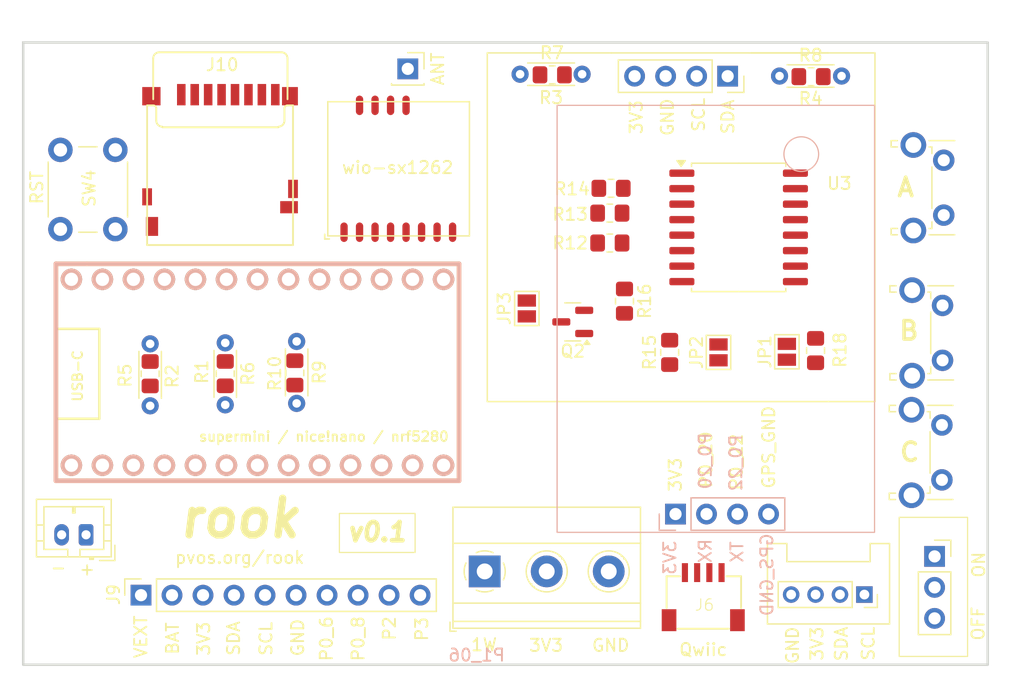
<source format=kicad_pcb>
(kicad_pcb (version 20240108) (generator "pcbnew") (generator_version "8.0")
  (layers (0 "F.Cu" signal) (31 "B.Cu" signal) (34 "B.Paste" user) (35 "F.Paste" user) (36 "B.SilkS" user "B.Silkscreen") (37 "F.SilkS" user "F.Silkscreen") (38 "B.Mask" user) (39 "F.Mask" user) (44 "Edge.Cuts" user))
  (net 0 "")
  (net 1 "P1_06")
  (net 2 "GPS_GND")
  (net 3 "RF_SW")
  (net 4 "MESH_BATT_MEASURE")
  (net 5 "GND")
  (net 6 "BAT")
  (net 7 "GPS_TX")
  (net 8 "GPS_RX")
  (net 9 "3V3")
  (net 10 "MESH_RST")
  (net 11 "Net-(J2-Pin_3)")
  (net 12 "LORA_RST")
  (net 13 "BUSY")
  (net 14 "ANT")
  (net 15 "MOSI")
  (net 16 "MISO")
  (net 17 "DIO1")
  (net 18 "Net-(J2-Pin_2)")
  (net 19 "SCK")
  (net 20 "SCL")
  (net 21 "SDA")
  (net 22 "V_EXT")
  (net 23 "P0_6")
  (net 24 "P0_8")
  (net 28 "BUTTON_A")
  (net 29 "BUTTON_B")
  (net 30 "GPS_EN")
  (net 31 "LORA_CS")
  (net 32 "P3")
  (net 33 "P2")
  (net 34 "Net-(U3-A2)")
  (net 35 "Net-(U3-A1)")
  (net 36 "Net-(U3-A0)")
  (net 37 "BUTTON_C")
  (net 38 "P6")
  (net 39 "P4")
  (net 40 "P5")
  (net 41 "P7")
  (footprint "footprints:JST_SH4_SKINNY" (layer "F.Cu") (at 52.45 42.764)
    (property "Reference" "J6" (at -0.75 0.686 0) (layer "F.SilkS") (effects (font (size 0.93472 0.93472) (thickness 0.08128)) (justify left bottom)))
    (property "Value" "Conn_01x04_Socket")
    (pad "1" smd rect (at -1.5 -2.514 90) (size 1.55 0.5) (layers "F.Cu" "F.Paste" "F.Mask") (net 20 "SCL"))
    (pad "2" smd rect (at -0.5 -2.514 90) (size 1.55 0.5) (layers "F.Cu" "F.Paste" "F.Mask") (net 21 "SDA"))
    (pad "3" smd rect (at 0.5 -2.514 90) (size 1.55 0.5) (layers "F.Cu" "F.Paste" "F.Mask") (net 9 "3V3"))
    (pad "4" smd rect (at 1.5 -2.514 90) (size 1.55 0.5) (layers "F.Cu" "F.Paste" "F.Mask") (net 5 "GND"))
    (pad "MT1" smd rect (at -2.8 1.386 90) (size 1.8 1.2) (layers "F.Cu" "F.Paste" "F.Mask"))
    (pad "MT2" smd rect (at 2.8 1.386 90) (size 1.8 1.2) (layers "F.Cu" "F.Paste" "F.Mask"))
  )
  (footprint "Connector_JST:JST_PH_B2B-PH-K_1x02_P2.00mm_Vertical" (layer "F.Cu") (at 1.9 37.15 180)
    (property "Reference" "J1" (hide yes))
    (property "Value" "Conn_01x02_Socket" (hide yes))
    (pad "1" thru_hole roundrect (at 0 0 180) (size 1.2 1.75) (drill 0.75) (layers "*.Cu" "*.Mask") (roundrect_rratio 0.208333) (net 22 "V_EXT"))
    (pad "2" thru_hole oval (at 2 0 180) (size 1.2 1.75) (drill 0.75) (layers "*.Cu" "*.Mask") (net 5 "GND"))
  )
  (footprint "Jumper:SolderJumper-2_P1.3mm_Open_Pad1.0x1.5mm" (layer "F.Cu") (at 53.7 22.2 90)
    (property "Reference" "JP2" (at 0 -1.8 90) (layer "F.SilkS"))
    (property "Value" "Jumper_2_Open")
    (pad "1" smd rect (at -0.65 0 90) (size 1 1.5) (layers "F.Cu" "F.Mask") (net 18 "Net-(J2-Pin_2)"))
    (pad "2" smd rect (at 0.65 0 90) (size 1 1.5) (layers "F.Cu" "F.Mask") (net 8 "GPS_RX"))
  )
  (footprint "footprints:nice_nano_cleanest" (layer "F.Cu") (at 17.21 23.83)
    (property "Reference" "U2" (hide yes))
    (property "Value" "nice_nano_clean" (hide yes))
    (fp_text user "supermini / nice!nano / nrf5280" (at 4.17 5.27 0) (layer "F.SilkS") (effects (font (size 0.8 0.8))))
    (fp_text user "USB-C" (at -16 0.3 90) (layer "F.SilkS") (effects (font (size 0.8 0.8))))
    (pad "1" thru_hole circle (at -13.97 7.62) (size 1.7526 1.7526) (drill 1.0922) (layers "*.Cu" "*.SilkS" "*.Mask") (net 23 "P0_6"))
    (pad "2" thru_hole circle (at -11.43 7.62) (size 1.7526 1.7526) (drill 1.0922) (layers "*.Cu" "*.SilkS" "*.Mask") (net 24 "P0_8"))
    (pad "3" thru_hole circle (at -8.89 7.62) (size 1.7526 1.7526) (drill 1.0922) (layers "*.Cu" "*.SilkS" "*.Mask") (net 5 "GND"))
    (pad "4" thru_hole circle (at -6.35 7.62) (size 1.7526 1.7526) (drill 1.0922) (layers "*.Cu" "*.SilkS" "*.Mask") (net 5 "GND"))
    (pad "5" thru_hole circle (at -3.81 7.62) (size 1.7526 1.7526) (drill 1.0922) (layers "*.Cu" "*.SilkS" "*.Mask") (net 3 "RF_SW"))
    (pad "6" thru_hole circle (at -1.27 7.62) (size 1.7526 1.7526) (drill 1.0922) (layers "*.Cu" "*.SilkS" "*.Mask") (net 8 "GPS_RX"))
    (pad "7" thru_hole circle (at 1.27 7.62) (size 1.7526 1.7526) (drill 1.0922) (layers "*.Cu" "*.SilkS" "*.Mask") (net 7 "GPS_TX"))
    (pad "8" thru_hole circle (at 3.81 7.62) (size 1.7526 1.7526) (drill 1.0922) (layers "*.Cu" "*.SilkS" "*.Mask") (net 30 "GPS_EN"))
    (pad "9" thru_hole circle (at 6.35 7.62) (size 1.7526 1.7526) (drill 1.0922) (layers "*.Cu" "*.SilkS" "*.Mask") (net 28 "BUTTON_A"))
    (pad "10" thru_hole circle (at 8.89 7.62) (size 1.7526 1.7526) (drill 1.0922) (layers "*.Cu" "*.SilkS" "*.Mask") (net 20 "SCL"))
    (pad "11" thru_hole circle (at 11.43 7.62) (size 1.7526 1.7526) (drill 1.0922) (layers "*.Cu" "*.SilkS" "*.Mask") (net 21 "SDA"))
    (pad "12" thru_hole circle (at 13.97 7.62) (size 1.7526 1.7526) (drill 1.0922) (layers "*.Cu" "*.SilkS" "*.Mask") (net 1 "P1_06"))
    (pad "13" thru_hole circle (at 13.97 -7.62) (size 1.7526 1.7526) (drill 1.0922) (layers "*.Cu" "*.SilkS" "*.Mask") (net 12 "LORA_RST"))
    (pad "14" thru_hole circle (at 11.43 -7.62) (size 1.7526 1.7526) (drill 1.0922) (layers "*.Cu" "*.SilkS" "*.Mask") (net 17 "DIO1"))
    (pad "15" thru_hole circle (at 8.89 -7.62) (size 1.7526 1.7526) (drill 1.0922) (layers "*.Cu" "*.SilkS" "*.Mask") (net 19 "SCK"))
    (pad "16" thru_hole circle (at 6.35 -7.62) (size 1.7526 1.7526) (drill 1.0922) (layers "*.Cu" "*.SilkS" "*.Mask") (net 31 "LORA_CS"))
    (pad "17" thru_hole circle (at 3.81 -7.62) (size 1.7526 1.7526) (drill 1.0922) (layers "*.Cu" "*.SilkS" "*.Mask") (net 15 "MOSI"))
    (pad "18" thru_hole circle (at 1.27 -7.62) (size 1.7526 1.7526) (drill 1.0922) (layers "*.Cu" "*.SilkS" "*.Mask") (net 16 "MISO"))
    (pad "19" thru_hole circle (at -1.27 -7.62) (size 1.7526 1.7526) (drill 1.0922) (layers "*.Cu" "*.SilkS" "*.Mask") (net 13 "BUSY"))
    (pad "20" thru_hole circle (at -3.81 -7.62) (size 1.7526 1.7526) (drill 1.0922) (layers "*.Cu" "*.SilkS" "*.Mask") (net 4 "MESH_BATT_MEASURE"))
    (pad "21" thru_hole circle (at -6.35 -7.62) (size 1.7526 1.7526) (drill 1.0922) (layers "*.Cu" "*.SilkS" "*.Mask") (net 9 "3V3"))
    (pad "22" thru_hole circle (at -8.89 -7.62) (size 1.7526 1.7526) (drill 1.0922) (layers "*.Cu" "*.SilkS" "*.Mask") (net 10 "MESH_RST"))
    (pad "23" thru_hole circle (at -11.43 -7.62) (size 1.7526 1.7526) (drill 1.0922) (layers "*.Cu" "*.SilkS" "*.Mask") (net 5 "GND"))
    (pad "24" thru_hole circle (at -13.97 -7.62) (size 1.7526 1.7526) (drill 1.0922) (layers "*.Cu" "*.SilkS" "*.Mask") (net 6 "BAT"))
    (pad "25" thru_hole circle (at -16.51 -7.62) (size 1.7526 1.7526) (drill 1.0922) (layers "*.Cu" "*.SilkS" "*.Mask") (net 6 "BAT"))
    (pad "26" thru_hole circle (at -16.51 7.62) (size 1.7526 1.7526) (drill 1.0922) (layers "*.Cu" "*.SilkS" "*.Mask") (net 5 "GND"))
  )
  (footprint "Resistor_THT:R_Axial_DIN0204_L3.6mm_D1.6mm_P5.08mm_Horizontal" (layer "F.Cu") (at 19.15 26.38 90)
    (property "Reference" "R10" (at 2.45 -1.8 90) (layer "F.SilkS"))
    (property "Value" "R")
    (pad "1" thru_hole circle (at 0 0 90) (size 1.4 1.4) (drill 0.7) (layers "*.Cu" "*.Mask") (net 1 "P1_06"))
    (pad "2" thru_hole oval (at 5.08 0 90) (size 1.4 1.4) (drill 0.7) (layers "*.Cu" "*.Mask") (net 9 "3V3"))
  )
  (footprint "Resistor_SMD:R_0805_2012Metric_Pad1.20x1.40mm_HandSolder" (layer "F.Cu") (at 44.9 8.75)
    (property "Reference" "R14" (at -3.2 0.05 0) (layer "F.SilkS"))
    (property "Value" "R")
    (pad "1" smd roundrect (at -1 0) (size 1.2 1.4) (layers "F.Cu" "F.Paste" "F.Mask") (roundrect_rratio 0.208333) (net 5 "GND"))
    (pad "2" smd roundrect (at 1 0) (size 1.2 1.4) (layers "F.Cu" "F.Paste" "F.Mask") (roundrect_rratio 0.208333) (net 36 "Net-(U3-A0)"))
  )
  (footprint "Resistor_SMD:R_0805_2012Metric_Pad1.20x1.40mm_HandSolder" (layer "F.Cu") (at 44.8 10.785)
    (property "Reference" "R13" (at -3.25 0.1 0) (layer "F.SilkS"))
    (property "Value" "R")
    (pad "1" smd roundrect (at -1 0) (size 1.2 1.4) (layers "F.Cu" "F.Paste" "F.Mask") (roundrect_rratio 0.208333) (net 5 "GND"))
    (pad "2" smd roundrect (at 1 0) (size 1.2 1.4) (layers "F.Cu" "F.Paste" "F.Mask") (roundrect_rratio 0.208333) (net 35 "Net-(U3-A1)"))
  )
  (footprint "Resistor_SMD:R_0805_2012Metric_Pad1.20x1.40mm_HandSolder" (layer "F.Cu") (at 7.15 23.95 -90)
    (property "Reference" "R5" (at 0.145 2.05 90) (layer "F.SilkS"))
    (property "Value" "R")
    (pad "1" smd roundrect (at -1 0 270) (size 1.2 1.4) (layers "F.Cu" "F.Paste" "F.Mask") (roundrect_rratio 0.208333) (net 6 "BAT"))
    (pad "2" smd roundrect (at 1 0 270) (size 1.2 1.4) (layers "F.Cu" "F.Paste" "F.Mask") (roundrect_rratio 0.208333) (net 4 "MESH_BATT_MEASURE"))
  )
  (footprint "Jumper:SolderJumper-2_P1.3mm_Open_Pad1.0x1.5mm" (layer "F.Cu") (at 59.3 22.15 90)
    (property "Reference" "JP1" (at 0 -1.8 90) (layer "F.SilkS"))
    (property "Value" "Jumper_2_Open")
    (pad "1" smd rect (at -0.65 0 90) (size 1 1.5) (layers "F.Cu" "F.Mask") (net 11 "Net-(J2-Pin_3)"))
    (pad "2" smd rect (at 0.65 0 90) (size 1 1.5) (layers "F.Cu" "F.Mask") (net 7 "GPS_TX"))
  )
  (footprint "Resistor_SMD:R_0805_2012Metric_Pad1.20x1.40mm_HandSolder" (layer "F.Cu") (at 19 23.88 90)
    (property "Reference" "R9" (at 0.05 2 90) (layer "F.SilkS"))
    (property "Value" "R")
    (pad "1" smd roundrect (at -1 0 90) (size 1.2 1.4) (layers "F.Cu" "F.Paste" "F.Mask") (roundrect_rratio 0.208333) (net 1 "P1_06"))
    (pad "2" smd roundrect (at 1 0 90) (size 1.2 1.4) (layers "F.Cu" "F.Paste" "F.Mask") (roundrect_rratio 0.208333) (net 9 "3V3"))
  )
  (footprint "Connector_PinSocket_2.54mm:PinSocket_1x10_P2.54mm_Vertical" (layer "F.Cu") (at 6.4 42.1 90)
    (property "Reference" "J9" (at 0.05 -2.25 90) (layer "F.SilkS"))
    (property "Value" "Conn_01x10_Socket")
    (pad "1" thru_hole rect (at 0 0 90) (size 1.7 1.7) (drill 1) (layers "*.Cu" "*.Mask") (net 22 "V_EXT"))
    (pad "2" thru_hole oval (at 0 2.54 90) (size 1.7 1.7) (drill 1) (layers "*.Cu" "*.Mask") (net 6 "BAT"))
    (pad "3" thru_hole oval (at 0 5.08 90) (size 1.7 1.7) (drill 1) (layers "*.Cu" "*.Mask") (net 9 "3V3"))
    (pad "4" thru_hole oval (at 0 7.62 90) (size 1.7 1.7) (drill 1) (layers "*.Cu" "*.Mask") (net 21 "SDA"))
    (pad "5" thru_hole oval (at 0 10.16 90) (size 1.7 1.7) (drill 1) (layers "*.Cu" "*.Mask") (net 20 "SCL"))
    (pad "6" thru_hole oval (at 0 12.7 90) (size 1.7 1.7) (drill 1) (layers "*.Cu" "*.Mask") (net 5 "GND"))
    (pad "7" thru_hole oval (at 0 15.24 90) (size 1.7 1.7) (drill 1) (layers "*.Cu" "*.Mask") (net 23 "P0_6"))
    (pad "8" thru_hole oval (at 0 17.78 90) (size 1.7 1.7) (drill 1) (layers "*.Cu" "*.Mask") (net 24 "P0_8"))
    (pad "9" thru_hole oval (at 0 20.32 90) (size 1.7 1.7) (drill 1) (layers "*.Cu" "*.Mask") (net 33 "P2"))
    (pad "10" thru_hole oval (at 0 22.86 90) (size 1.7 1.7) (drill 1) (layers "*.Cu" "*.Mask") (net 32 "P3"))
  )
  (footprint "MountingHole:MountingHole_3.2mm_M3" (layer "F.Cu") (at 0 44)
    (property "Reference" "H4" (hide yes))
    (property "Value" "MountingHole")
    (pad "" np_thru_hole circle (at 0 0) (size 3.2 3.2) (drill 3.2) (layers "*.Cu" "*.Mask"))
  )
  (footprint "Resistor_SMD:R_0805_2012Metric_Pad1.20x1.40mm_HandSolder" (layer "F.Cu") (at 49.7 22.2 90)
    (property "Reference" "R15" (at 0 -1.65 90) (layer "F.SilkS"))
    (property "Value" "R")
    (pad "1" smd roundrect (at -1 0 90) (size 1.2 1.4) (layers "F.Cu" "F.Paste" "F.Mask") (roundrect_rratio 0.208333) (net 18 "Net-(J2-Pin_2)"))
    (pad "2" smd roundrect (at 1 0 90) (size 1.2 1.4) (layers "F.Cu" "F.Paste" "F.Mask") (roundrect_rratio 0.208333) (net 8 "GPS_RX"))
  )
  (footprint "Button_Switch_THT:SW_PUSH_6mm" (layer "F.Cu") (at 4.3 5.6 -90)
    (property "Reference" "SW4" (at 3.15 2.15 -90) (layer "F.SilkS"))
    (property "Value" "SW_Push")
    (pad "1" thru_hole circle (at 0 0) (size 2 2) (drill 1.1) (layers "*.Cu" "*.Mask") (net 10 "MESH_RST"))
    (pad "1" thru_hole circle (at 6.5 0) (size 2 2) (drill 1.1) (layers "*.Cu" "*.Mask") (net 10 "MESH_RST"))
    (pad "2" thru_hole circle (at 0 4.5) (size 2 2) (drill 1.1) (layers "*.Cu" "*.Mask") (net 5 "GND"))
    (pad "2" thru_hole circle (at 6.5 4.5) (size 2 2) (drill 1.1) (layers "*.Cu" "*.Mask") (net 5 "GND"))
  )
  (footprint "Resistor_SMD:R_0805_2012Metric_Pad1.20x1.40mm_HandSolder" (layer "F.Cu") (at 13.3 23.94 90)
    (property "Reference" "R6" (at 0 1.85 90) (layer "F.SilkS"))
    (property "Value" "R")
    (pad "1" smd roundrect (at -1 0 90) (size 1.2 1.4) (layers "F.Cu" "F.Paste" "F.Mask") (roundrect_rratio 0.208333) (net 4 "MESH_BATT_MEASURE"))
    (pad "2" smd roundrect (at 1 0 90) (size 1.2 1.4) (layers "F.Cu" "F.Paste" "F.Mask") (roundrect_rratio 0.208333) (net 5 "GND"))
  )
  (footprint "Package_TO_SOT_SMD:SOT-23" (layer "F.Cu") (at 41.7625 19.7 180)
    (property "Reference" "Q2" (at 0 -2.4 360) (layer "F.SilkS"))
    (property "Value" "2N7002")
    (pad "1" smd roundrect (at -0.9375 -0.95 180) (size 1.475 0.6) (layers "F.Cu" "F.Paste" "F.Mask") (net 30 "GPS_EN"))
    (pad "2" smd roundrect (at -0.9375 0.95 180) (size 1.475 0.6) (layers "F.Cu" "F.Paste" "F.Mask") (net 5 "GND"))
    (pad "3" smd roundrect (at 0.9375 0 180) (size 1.475 0.6) (layers "F.Cu" "F.Paste" "F.Mask") (net 2 "GPS_GND"))
  )
  (footprint "Package_SO:SOIC-16W_7.5x10.3mm_P1.27mm" (layer "F.Cu") (at 55.35 11.955)
    (property "Reference" "U3" (at 8.25 -3.6 360) (layer "F.SilkS"))
    (property "Value" "PCF8574")
    (pad "1" smd roundrect (at -4.65 -4.445) (size 2.05 0.6) (layers "F.Cu" "F.Paste" "F.Mask") (net 36 "Net-(U3-A0)"))
    (pad "2" smd roundrect (at -4.65 -3.175) (size 2.05 0.6) (layers "F.Cu" "F.Paste" "F.Mask") (net 35 "Net-(U3-A1)"))
    (pad "3" smd roundrect (at -4.65 -1.905) (size 2.05 0.6) (layers "F.Cu" "F.Paste" "F.Mask") (net 34 "Net-(U3-A2)"))
    (pad "4" smd roundrect (at -4.65 -0.635) (size 2.05 0.6) (layers "F.Cu" "F.Paste" "F.Mask") (net 29 "BUTTON_B"))
    (pad "5" smd roundrect (at -4.65 0.635) (size 2.05 0.6) (layers "F.Cu" "F.Paste" "F.Mask") (net 37 "BUTTON_C"))
    (pad "6" smd roundrect (at -4.65 1.905) (size 2.05 0.6) (layers "F.Cu" "F.Paste" "F.Mask") (net 33 "P2"))
    (pad "7" smd roundrect (at -4.65 3.175) (size 2.05 0.6) (layers "F.Cu" "F.Paste" "F.Mask") (net 32 "P3"))
    (pad "8" smd roundrect (at -4.65 4.445) (size 2.05 0.6) (layers "F.Cu" "F.Paste" "F.Mask") (net 5 "GND"))
    (pad "9" smd roundrect (at 4.65 4.445) (size 2.05 0.6) (layers "F.Cu" "F.Paste" "F.Mask") (net 39 "P4"))
    (pad "10" smd roundrect (at 4.65 3.175) (size 2.05 0.6) (layers "F.Cu" "F.Paste" "F.Mask") (net 40 "P5"))
    (pad "11" smd roundrect (at 4.65 1.905) (size 2.05 0.6) (layers "F.Cu" "F.Paste" "F.Mask") (net 38 "P6"))
    (pad "12" smd roundrect (at 4.65 0.635) (size 2.05 0.6) (layers "F.Cu" "F.Paste" "F.Mask") (net 41 "P7"))
    (pad "13" smd roundrect (at 4.65 -0.635) (size 2.05 0.6) (layers "F.Cu" "F.Paste" "F.Mask") (net 9 "3V3"))
    (pad "14" smd roundrect (at 4.65 -1.905) (size 2.05 0.6) (layers "F.Cu" "F.Paste" "F.Mask") (net 20 "SCL"))
    (pad "15" smd roundrect (at 4.65 -3.175) (size 2.05 0.6) (layers "F.Cu" "F.Paste" "F.Mask") (net 21 "SDA"))
    (pad "16" smd roundrect (at 4.65 -4.445) (size 2.05 0.6) (layers "F.Cu" "F.Paste" "F.Mask") (net 9 "3V3"))
  )
  (footprint "Resistor_SMD:R_0805_2012Metric_Pad1.20x1.40mm_HandSolder" (layer "F.Cu") (at 46 18 -90)
    (property "Reference" "R16" (at 0 -1.65 90) (layer "F.SilkS"))
    (property "Value" "10K")
    (pad "1" smd roundrect (at -1 0 270) (size 1.2 1.4) (layers "F.Cu" "F.Paste" "F.Mask") (roundrect_rratio 0.208333) (net 5 "GND"))
    (pad "2" smd roundrect (at 1 0 270) (size 1.2 1.4) (layers "F.Cu" "F.Paste" "F.Mask") (roundrect_rratio 0.208333) (net 30 "GPS_EN"))
  )
  (footprint "Button_Switch_THT:SW_Tactile_SPST_Angled_PTS645Vx31-2LFS" (layer "F.Cu") (at 72.15 6.45 -90)
    (property "Reference" "SW1" (hide yes))
    (property "Value" "SW_Push")
    (pad "" thru_hole circle (at -1.25 2.49 270) (size 2.1 2.1) (drill 1.3) (layers "*.Cu" "*.Mask"))
    (pad "" thru_hole circle (at 5.76 2.49 270) (size 2.1 2.1) (drill 1.3) (layers "*.Cu" "*.Mask"))
    (pad "1" thru_hole circle (at 0 0 270) (size 1.75 1.75) (drill 0.99) (layers "*.Cu" "*.Mask") (net 28 "BUTTON_A"))
    (pad "2" thru_hole circle (at 4.5 0 270) (size 1.75 1.75) (drill 0.99) (layers "*.Cu" "*.Mask") (net 5 "GND"))
  )
  (footprint "Resistor_THT:R_Axial_DIN0204_L3.6mm_D1.6mm_P5.08mm_Horizontal" (layer "F.Cu") (at 13.3 26.5 90)
    (property "Reference" "R1" (at 2.7 -1.92 90) (layer "F.SilkS"))
    (property "Value" "R")
    (pad "1" thru_hole circle (at 0 0 90) (size 1.4 1.4) (drill 0.7) (layers "*.Cu" "*.Mask") (net 4 "MESH_BATT_MEASURE"))
    (pad "2" thru_hole oval (at 5.08 0 90) (size 1.4 1.4) (drill 0.7) (layers "*.Cu" "*.Mask") (net 5 "GND"))
  )
  (footprint "footprints:DM3D-SF_outline" (layer "F.Cu") (at 12.9 1.95 180)
    (property "Reference" "J10" (at -0.1524 3.3274 0) (layer "F.SilkS"))
    (property "Value" "Micro_SD_Card" (hide yes))
    (pad "1" smd rect (at 3.2 0.875 180) (size 0.7 1.75) (layers "F.Cu" "F.Paste" "F.Mask"))
    (pad "2" smd rect (at 2.1 0.875 180) (size 0.7 1.75) (layers "F.Cu" "F.Paste" "F.Mask") (net 1 "P1_06"))
    (pad "3" smd rect (at 1 0.875 180) (size 0.7 1.75) (layers "F.Cu" "F.Paste" "F.Mask") (net 15 "MOSI"))
    (pad "4" smd rect (at -0.1 0.875 180) (size 0.7 1.75) (layers "F.Cu" "F.Paste" "F.Mask") (net 9 "3V3"))
    (pad "5" smd rect (at -1.2 0.875 180) (size 0.7 1.75) (layers "F.Cu" "F.Paste" "F.Mask") (net 19 "SCK"))
    (pad "6" smd rect (at -2.3 0.875 180) (size 0.7 1.75) (layers "F.Cu" "F.Paste" "F.Mask") (net 5 "GND"))
    (pad "7" smd rect (at -3.4 0.875 180) (size 0.7 1.75) (layers "F.Cu" "F.Paste" "F.Mask") (net 16 "MISO"))
    (pad "8" smd rect (at -4.5 0.875 180) (size 0.7 1.75) (layers "F.Cu" "F.Paste" "F.Mask"))
    (pad "9" smd rect (at -5.7 0.75 180) (size 1.3 1.5) (layers "F.Cu" "F.Paste" "F.Mask") (net 5 "GND"))
    (pad "10" smd rect (at -5.95 -6.85 180) (size 0.8 1.5) (layers "F.Cu" "F.Paste" "F.Mask"))
    (pad "11" smd rect (at 6 -7.5 180) (size 0.8 1.4) (layers "F.Cu" "F.Paste" "F.Mask"))
    (pad "12" smd rect (at 5.65 0.75 180) (size 1.5 1.5) (layers "F.Cu" "F.Paste" "F.Mask"))
    (pad "A" smd rect (at 5.6 -9.925 180) (size 1 1.55) (layers "F.Cu" "F.Paste" "F.Mask"))
    (pad "B" smd rect (at -5.625 -8.35 180) (size 1.45 1) (layers "F.Cu" "F.Paste" "F.Mask"))
  )
  (footprint "Button_Switch_THT:SW_Tactile_SPST_Angled_PTS645Vx31-2LFS" (layer "F.Cu") (at 72.05 18.35 -90)
    (property "Reference" "SW2" (hide yes))
    (property "Value" "SW_Push")
    (pad "" thru_hole circle (at -1.25 2.49 270) (size 2.1 2.1) (drill 1.3) (layers "*.Cu" "*.Mask"))
    (pad "" thru_hole circle (at 5.76 2.49 270) (size 2.1 2.1) (drill 1.3) (layers "*.Cu" "*.Mask"))
    (pad "1" thru_hole circle (at 0 0 270) (size 1.75 1.75) (drill 0.99) (layers "*.Cu" "*.Mask") (net 29 "BUTTON_B"))
    (pad "2" thru_hole circle (at 4.5 0 270) (size 1.75 1.75) (drill 0.99) (layers "*.Cu" "*.Mask") (net 5 "GND"))
  )
  (footprint "MountingHole:MountingHole_3.2mm_M3" (layer "F.Cu") (at 0 0)
    (property "Reference" "H1" (hide yes))
    (property "Value" "MountingHole" (hide yes))
    (pad "" np_thru_hole circle (at 0 0) (size 3.2 3.2) (drill 3.2) (layers "*.Cu" "*.Mask"))
  )
  (footprint "Resistor_SMD:R_0805_2012Metric_Pad1.20x1.40mm_HandSolder" (layer "F.Cu") (at 61.65 22.05 90)
    (property "Reference" "R18" (at 0.05 2 90) (layer "F.SilkS"))
    (property "Value" "R")
    (pad "1" smd roundrect (at -1 0 90) (size 1.2 1.4) (layers "F.Cu" "F.Paste" "F.Mask") (roundrect_rratio 0.208333) (net 11 "Net-(J2-Pin_3)"))
    (pad "2" smd roundrect (at 1 0 90) (size 1.2 1.4) (layers "F.Cu" "F.Paste" "F.Mask") (roundrect_rratio 0.208333) (net 7 "GPS_TX"))
  )
  (footprint "Button_Switch_THT:SW_Tactile_SPST_Angled_PTS645Vx31-2LFS" (layer "F.Cu") (at 72 28.15 -90)
    (property "Reference" "SW3" (hide yes))
    (property "Value" "SW_Push")
    (pad "" thru_hole circle (at -1.25 2.49 270) (size 2.1 2.1) (drill 1.3) (layers "*.Cu" "*.Mask"))
    (pad "" thru_hole circle (at 5.76 2.49 270) (size 2.1 2.1) (drill 1.3) (layers "*.Cu" "*.Mask"))
    (pad "1" thru_hole circle (at 0 0 270) (size 1.75 1.75) (drill 0.99) (layers "*.Cu" "*.Mask") (net 37 "BUTTON_C"))
    (pad "2" thru_hole circle (at 4.5 0 270) (size 1.75 1.75) (drill 0.99) (layers "*.Cu" "*.Mask") (net 5 "GND"))
  )
  (footprint "Resistor_SMD:R_0805_2012Metric_Pad1.20x1.40mm_HandSolder" (layer "F.Cu") (at 61.28 -0.4)
    (property "Reference" "R8" (at -0.03 -1.75 0) (layer "F.SilkS"))
    (property "Value" "R")
    (pad "1" smd roundrect (at -1 0) (size 1.2 1.4) (layers "F.Cu" "F.Paste" "F.Mask") (roundrect_rratio 0.208333) (net 21 "SDA"))
    (pad "2" smd roundrect (at 1 0) (size 1.2 1.4) (layers "F.Cu" "F.Paste" "F.Mask") (roundrect_rratio 0.208333) (net 9 "3V3"))
  )
  (footprint "footprints:ssd1306_a" (layer "F.Cu") (at 54.45 -0.44 -90)
    (property "Reference" "J3" (hide yes))
    (property "Value" "Conn_01x04_Pin")
    (pad "1" thru_hole oval (at 0 7.62 270) (size 1.7 1.7) (drill 1) (layers "*.Cu" "*.Mask") (net 9 "3V3"))
    (pad "2" thru_hole oval (at 0 5.08 270) (size 1.7 1.7) (drill 1) (layers "*.Cu" "*.Mask") (net 5 "GND"))
    (pad "3" thru_hole oval (at 0 2.54 270) (size 1.7 1.7) (drill 1) (layers "*.Cu" "*.Mask") (net 20 "SCL"))
    (pad "4" thru_hole rect (at 0 0 270) (size 1.7 1.7) (drill 1) (layers "*.Cu" "*.Mask") (net 21 "SDA"))
  )
  (footprint "Resistor_THT:R_Axial_DIN0204_L3.6mm_D1.6mm_P5.08mm_Horizontal" (layer "F.Cu") (at 42.53 -0.6 180)
    (property "Reference" "R3" (at 2.54 -1.92 180) (layer "F.SilkS"))
    (property "Value" "R")
    (pad "1" thru_hole circle (at 0 0 180) (size 1.4 1.4) (drill 0.7) (layers "*.Cu" "*.Mask") (net 20 "SCL"))
    (pad "2" thru_hole oval (at 5.08 0 180) (size 1.4 1.4) (drill 0.7) (layers "*.Cu" "*.Mask") (net 9 "3V3"))
  )
  (footprint "Resistor_SMD:R_0805_2012Metric_Pad1.20x1.40mm_HandSolder" (layer "F.Cu") (at 40.08 -0.55)
    (property "Reference" "R7" (at -0.03 -1.8 0) (layer "F.SilkS"))
    (property "Value" "R")
    (pad "1" smd roundrect (at -1 0) (size 1.2 1.4) (layers "F.Cu" "F.Paste" "F.Mask") (roundrect_rratio 0.208333) (net 20 "SCL"))
    (pad "2" smd roundrect (at 1 0) (size 1.2 1.4) (layers "F.Cu" "F.Paste" "F.Mask") (roundrect_rratio 0.208333) (net 9 "3V3"))
  )
  (footprint "Resistor_THT:R_Axial_DIN0204_L3.6mm_D1.6mm_P5.08mm_Horizontal" (layer "F.Cu") (at 7.15 21.5 -90)
    (property "Reference" "R2" (at 2.65 -1.8 90) (layer "F.SilkS"))
    (property "Value" "R")
    (pad "1" thru_hole circle (at 0 0 270) (size 1.4 1.4) (drill 0.7) (layers "*.Cu" "*.Mask") (net 6 "BAT"))
    (pad "2" thru_hole oval (at 5.08 0 270) (size 1.4 1.4) (drill 0.7) (layers "*.Cu" "*.Mask") (net 4 "MESH_BATT_MEASURE"))
  )
  (footprint "footprints:grove_a" (layer "F.Cu") (at 65.65 42.05 -90)
    (property "Reference" "U4" (hide yes))
    (property "Value" "grove_a")
    (pad "1" thru_hole oval (at 0 6 270) (size 1.35 1.35) (drill 0.8) (layers "*.Cu" "*.Mask") (net 5 "GND"))
    (pad "2" thru_hole oval (at 0 4 270) (size 1.35 1.35) (drill 0.8) (layers "*.Cu" "*.Mask") (net 9 "3V3"))
    (pad "3" thru_hole oval (at 0 2 270) (size 1.35 1.35) (drill 0.8) (layers "*.Cu" "*.Mask") (net 21 "SDA"))
    (pad "4" thru_hole rect (at 0 0 270) (size 1.35 1.35) (drill 0.8) (layers "*.Cu" "*.Mask") (net 20 "SCL"))
  )
  (footprint "MountingHole:MountingHole_3.2mm_M3" (layer "F.Cu") (at 72 0)
    (property "Reference" "H3" (hide yes))
    (property "Value" "MountingHole")
    (pad "" np_thru_hole circle (at 0 0) (size 3.2 3.2) (drill 3.2) (layers "*.Cu" "*.Mask"))
  )
  (footprint "footprints:usual_switch" (layer "F.Cu") (at 71.4 38.92)
    (property "Reference" "J8" (hide yes))
    (property "Value" "Conn_01x03_Socket")
    (pad "1" thru_hole rect (at 0 0) (size 1.7 1.7) (drill 1) (layers "*.Cu" "*.Mask") (net 6 "BAT"))
    (pad "2" thru_hole oval (at 0 2.54) (size 1.7 1.7) (drill 1) (layers "*.Cu" "*.Mask") (net 22 "V_EXT"))
    (pad "3" thru_hole oval (at 0 5.08) (size 1.7 1.7) (drill 1) (layers "*.Cu" "*.Mask"))
  )
  (footprint "wio-sx1262:wio-sx1262" (layer "F.Cu") (at 21.7 12.65)
    (property "Reference" "U1" (hide yes))
    (property "Value" "wio-sx1262" (at 5.72 -5.6 0) (layer "F.SilkS"))
    (pad "1" smd roundrect (at 1.33 -0.3 90) (size 1.6 0.6) (layers "F.Cu" "F.Paste" "F.Mask") (roundrect_rratio 0.5) (net 3 "RF_SW"))
    (pad "2" smd roundrect (at 2.6 -0.3 90) (size 1.6 0.6) (layers "F.Cu" "F.Paste" "F.Mask") (roundrect_rratio 0.5) (net 16 "MISO"))
    (pad "3" smd roundrect (at 3.87 -0.3 90) (size 1.6 0.6) (layers "F.Cu" "F.Paste" "F.Mask") (roundrect_rratio 0.5) (net 15 "MOSI"))
    (pad "4" smd roundrect (at 5.14 -0.3 90) (size 1.6 0.6) (layers "F.Cu" "F.Paste" "F.Mask") (roundrect_rratio 0.5) (net 19 "SCK"))
    (pad "5" smd roundrect (at 6.41 -0.3 90) (size 1.6 0.6) (layers "F.Cu" "F.Paste" "F.Mask") (roundrect_rratio 0.5) (net 12 "LORA_RST"))
    (pad "6" smd roundrect (at 7.68 -0.3 90) (size 1.6 0.6) (layers "F.Cu" "F.Paste" "F.Mask") (roundrect_rratio 0.5) (net 31 "LORA_CS"))
    (pad "7" smd roundrect (at 8.95 -0.3 90) (size 1.6 0.6) (layers "F.Cu" "F.Paste" "F.Mask") (roundrect_rratio 0.5) (net 5 "GND"))
    (pad "8" smd roundrect (at 10.22 -0.3 90) (size 1.6 0.6) (layers "F.Cu" "F.Paste" "F.Mask") (roundrect_rratio 0.5) (net 9 "3V3"))
    (pad "9" smd roundrect (at 6.41 -10.7 90) (size 1.6 0.6) (layers "F.Cu" "F.Paste" "F.Mask") (roundrect_rratio 0.5) (net 14 "ANT"))
    (pad "10" smd roundrect (at 5.14 -10.7 90) (size 1.6 0.6) (layers "F.Cu" "F.Paste" "F.Mask") (roundrect_rratio 0.5) (net 5 "GND"))
    (pad "11" smd roundrect (at 3.87 -10.7 90) (size 1.6 0.6) (layers "F.Cu" "F.Paste" "F.Mask") (roundrect_rratio 0.5) (net 13 "BUSY"))
    (pad "12" smd roundrect (at 2.6 -10.7 90) (size 1.6 0.6) (layers "F.Cu" "F.Paste" "F.Mask") (roundrect_rratio 0.5) (net 17 "DIO1"))
  )
  (footprint "TerminalBlock_Phoenix:TerminalBlock_Phoenix_MKDS-1,5-3-5.08_1x03_P5.08mm_Horizontal" (layer "F.Cu") (at 34.55 40.15)
    (property "Reference" "J7" (hide yes))
    (property "Value" "Screw_Terminal_01x03" (hide yes))
    (pad "1" thru_hole rect (at 0 0) (size 2.6 2.6) (drill 1.3) (layers "*.Cu" "*.Mask") (net 1 "P1_06"))
    (pad "2" thru_hole circle (at 5.08 0) (size 2.6 2.6) (drill 1.3) (layers "*.Cu" "*.Mask") (net 9 "3V3"))
    (pad "3" thru_hole circle (at 10.16 0) (size 2.6 2.6) (drill 1.3) (layers "*.Cu" "*.Mask") (net 5 "GND"))
  )
  (footprint "Connector_PinSocket_2.54mm:PinSocket_1x01_P2.54mm_Vertical" (layer "F.Cu") (at 28.25 -1.04)
    (property "Reference" "J4" (hide yes))
    (property "Value" "Conn_01x01_Socket" (hide yes))
    (pad "1" thru_hole rect (at 0 0) (size 1.7 1.7) (drill 1) (layers "*.Cu" "*.Mask") (net 14 "ANT"))
  )
  (footprint "Resistor_THT:R_Axial_DIN0204_L3.6mm_D1.6mm_P5.08mm_Horizontal" (layer "F.Cu") (at 63.78 -0.45 180)
    (property "Reference" "R4" (at 2.53 -1.85 180) (layer "F.SilkS"))
    (property "Value" "R")
    (pad "1" thru_hole circle (at 0 0 180) (size 1.4 1.4) (drill 0.7) (layers "*.Cu" "*.Mask") (net 21 "SDA"))
    (pad "2" thru_hole oval (at 5.08 0 180) (size 1.4 1.4) (drill 0.7) (layers "*.Cu" "*.Mask") (net 9 "3V3"))
  )
  (footprint "Resistor_SMD:R_0805_2012Metric_Pad1.20x1.40mm_HandSolder" (layer "F.Cu") (at 44.8 13.235)
    (property "Reference" "R12" (at -3.25 0 0) (layer "F.SilkS"))
    (property "Value" "R")
    (pad "1" smd roundrect (at -1 0) (size 1.2 1.4) (layers "F.Cu" "F.Paste" "F.Mask") (roundrect_rratio 0.208333) (net 5 "GND"))
    (pad "2" smd roundrect (at 1 0) (size 1.2 1.4) (layers "F.Cu" "F.Paste" "F.Mask") (roundrect_rratio 0.208333) (net 34 "Net-(U3-A2)"))
  )
  (footprint "Jumper:SolderJumper-2_P1.3mm_Open_Pad1.0x1.5mm" (layer "F.Cu") (at 38 18.6 -90)
    (property "Reference" "JP3" (at 0 1.85 90) (layer "F.SilkS"))
    (property "Value" "Jumper_2_Open")
    (pad "1" smd rect (at -0.65 0 270) (size 1 1.5) (layers "F.Cu" "F.Mask") (net 5 "GND"))
    (pad "2" smd rect (at 0.65 0 270) (size 1 1.5) (layers "F.Cu" "F.Mask") (net 2 "GPS_GND"))
  )
  (footprint "footprints:gps_ublox_blue" (layer "B.Cu") (at 50.18 35.45 -90)
    (property "Reference" "J2" (hide yes))
    (property "Value" "Conn_01x04_Pin")
    (pad "1" thru_hole rect (at 0 0 270) (size 1.7 1.7) (drill 1) (layers "*.Cu" "*.Mask") (net 9 "3V3"))
    (pad "2" thru_hole oval (at 0 -2.54 270) (size 1.7 1.7) (drill 1) (layers "*.Cu" "*.Mask") (net 18 "Net-(J2-Pin_2)"))
    (pad "3" thru_hole oval (at 0 -5.08 270) (size 1.7 1.7) (drill 1) (layers "*.Cu" "*.Mask") (net 11 "Net-(J2-Pin_3)"))
    (pad "4" thru_hole oval (at 0 -7.62 270) (size 1.7 1.7) (drill 1) (layers "*.Cu" "*.Mask") (net 2 "GPS_GND"))
  )
  (gr_rect (start 22.65 35.4) (end 28.85 38.6) (stroke (width 0.1)) (fill none) (layer "F.SilkS"))
  (gr_rect (start -3.25 -3.2) (end 75.75 47.8) (stroke (width 0.2)) (fill none) (layer "Edge.Cuts"))
  (gr_text "P0_20" (at 53.2 28.7 90) (layer "B.SilkS") (effects (font (size 1 1)) (justify left bottom mirror)))
  (gr_text "TX" (at 55.8 37.6 90) (layer "B.SilkS") (effects (font (size 1 1)) (justify left bottom mirror)))
  (gr_text "RX" (at 53.2 37.4 90) (layer "B.SilkS") (effects (font (size 1 1)) (justify left bottom mirror)))
  (gr_text "P1_06" (at 36.3 47.6 0) (layer "B.SilkS") (effects (font (size 1 1)) (justify left bottom mirror)))
  (gr_text "3V3" (at 50.3 37.55 90) (layer "B.SilkS") (effects (font (size 1 1)) (justify left bottom mirror)))
  (gr_text "P0_22" (at 55.7 28.85 90) (layer "B.SilkS") (effects (font (size 1 1)) (justify left bottom mirror)))
  (gr_text "GPS_GND" (at 58.25 36.95 90) (layer "B.SilkS") (effects (font (size 1 1)) (justify left bottom mirror)))
  (gr_text "3V3" (at 50.75 33.7 90) (layer "F.SilkS") (effects (font (size 1 1)) (justify left bottom)))
  (gr_text "P0_6" (at 22.17 47.6 90) (layer "F.SilkS") (effects (font (size 1 1)) (justify left bottom)))
  (gr_text "B" (at 68.35 21.3 0) (layer "F.SilkS") (effects (font (size 1.5 1.5) (thickness 0.3) (bold yes)) (justify left bottom)))
  (gr_text "pvos.org/rook" (at 9.1 39.6 0) (layer "F.SilkS") (effects (font (size 1 1)) (justify left bottom)))
  (gr_text "P0_22" (at 55.75 33.6 90) (layer "F.SilkS") (effects (font (size 1 1)) (justify left bottom)))
  (gr_text "RST" (at -1.55 10.15 90) (layer "F.SilkS") (effects (font (size 1 1)) (justify left bottom)))
  (gr_text "SCL" (at 17.22 47.15 90) (layer "F.SilkS") (effects (font (size 1 1)) (justify left bottom)))
  (gr_text "+" (at 2.5 40.75 90) (layer "F.SilkS") (effects (font (size 1 1)) (justify left bottom)))
  (gr_text "3V3" (at 47.55 4.4 90) (layer "F.SilkS") (effects (font (size 1 1)) (justify left bottom)))
  (gr_text "SCL" (at 66.55 47.55 90) (layer "F.SilkS") (effects (font (size 1 1)) (justify left bottom)))
  (gr_text "OFF" (at 75.55 45.9 90) (layer "F.SilkS") (effects (font (size 1 1)) (justify left bottom)))
  (gr_text "GND" (at 50.1 4.55 90) (layer "F.SilkS") (effects (font (size 1 1)) (justify left bottom)))
  (gr_text "SDA" (at 64.35 47.597619 90) (layer "F.SilkS") (effects (font (size 1 1)) (justify left bottom)))
  (gr_text "ANT" (at 30.7 -1.04 90) (layer "F.SilkS") (effects (font (size 1 1))))
  (gr_text "3V3" (at 12.12 47.15 90) (layer "F.SilkS") (effects (font (size 1 1)) (justify left bottom)))
  (gr_text "SCL" (at 52.65 4.2 90) (layer "F.SilkS") (effects (font (size 1 1)) (justify left bottom)))
  (gr_text "GPS_GND" (at 58.4 33.45 90) (layer "F.SilkS") (effects (font (size 1 1)) (justify left bottom)))
  (gr_text "P0_8" (at 24.77 47.6 90) (layer "F.SilkS") (effects (font (size 1 1)) (justify left bottom)))
  (gr_text "3V3" (at 38.1 46.8 0) (layer "F.SilkS") (effects (font (size 1 1)) (justify left bottom)))
  (gr_text "3V3" (at 62.35 47.55 90) (layer "F.SilkS") (effects (font (size 1 1)) (justify left bottom)))
  (gr_text "GND" (at 60.35 47.835714 90) (layer "F.SilkS") (effects (font (size 1 1)) (justify left bottom)))
  (gr_text "P2" (at 27.33 45.9 90) (layer "F.SilkS") (effects (font (size 1 1)) (justify left bottom)))
  (gr_text "C" (at 68.4 31.25 0) (layer "F.SilkS") (effects (font (size 1.5 1.5) (thickness 0.3) (bold yes)) (justify left bottom)))
  (gr_text "SDA" (at 55.05 4.4 90) (layer "F.SilkS") (effects (font (size 1 1)) (justify left bottom)))
  (gr_text "v0.1" (at 23.15 37.8 0) (layer "F.SilkS") (effects (font (size 1.5 1.5) (thickness 0.375) (bold yes) (italic yes)) (justify left bottom)))
  (gr_text "rook" (at 9.25 37.55 0) (layer "F.SilkS") (effects (font (size 3 3) (thickness 0.6) (bold yes) (italic yes)) (justify left bottom)))
  (gr_text "BAT" (at 9.57 47.05 90) (layer "F.SilkS") (effects (font (size 1 1)) (justify left bottom)))
  (gr_text "P0_20" (at 53.25 33.4 90) (layer "F.SilkS") (effects (font (size 1 1)) (justify left bottom)))
  (gr_text "A" (at 68.19 9.55 0) (layer "F.SilkS") (effects (font (size 1.5 1.5) (thickness 0.3) (bold yes)) (justify left bottom)))
  (gr_text "GND" (at 19.82 47.2 90) (layer "F.SilkS") (effects (font (size 1 1)) (justify left bottom)))
  (gr_text "GND" (at 43.25 46.8 0) (layer "F.SilkS") (effects (font (size 1 1)) (justify left bottom)))
  (gr_text "VEXT" (at 6.97 47.35 90) (layer "F.SilkS") (effects (font (size 1 1)) (justify left bottom)))
  (gr_text "ON" (at 75.6 40.75 90) (layer "F.SilkS") (effects (font (size 1 1)) (justify left bottom)))
  (gr_text "Qwiic" (at 52.45 47.15 0) (layer "F.SilkS") (effects (font (size 1 1)) (justify bottom)))
  (gr_text "-" (at 0.35 39.4 180) (layer "F.SilkS") (effects (font (size 1 1)) (justify left bottom)))
  (gr_text "1W" (at 33.35 46.75 0) (layer "F.SilkS") (effects (font (size 1 1)) (justify left bottom)))
  (gr_text "SDA" (at 14.57 47.15 90) (layer "F.SilkS") (effects (font (size 1 1)) (justify left bottom)))
  (gr_text "P3" (at 29.98 45.95 90) (layer "F.SilkS") (effects (font (size 1 1)) (justify left bottom)))
)
</source>
